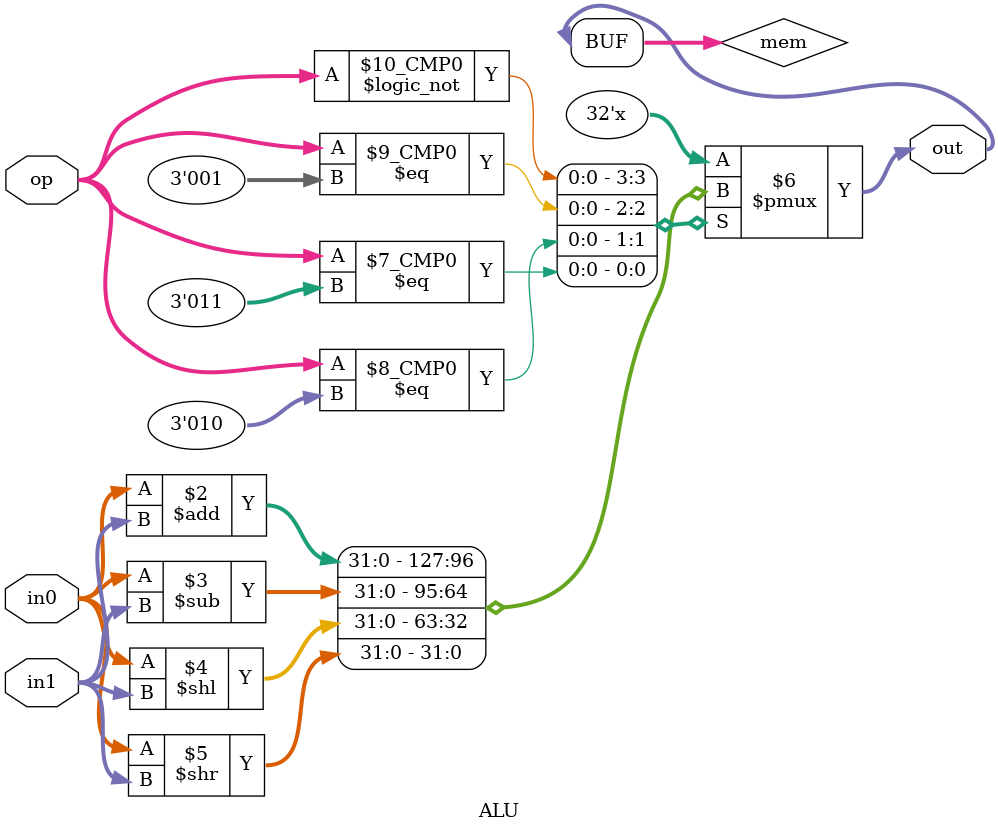
<source format=v>
module ALU (
    output[31:0] out,
    input[2:0] op,
    input[31:0] in0,
    input[31:0] in1);

    reg[31:0] mem;

    always @(op, in0, in1) begin
        case(op)
        3'b000: mem <= in0+in1;
        3'b001: mem <= in0-in1;
        3'b010: mem <= (in0<<in1);
        3'b011: mem <= (in0>>in1);

        endcase
    end
  assign out[31:0] = mem[31:0];

endmodule

</source>
